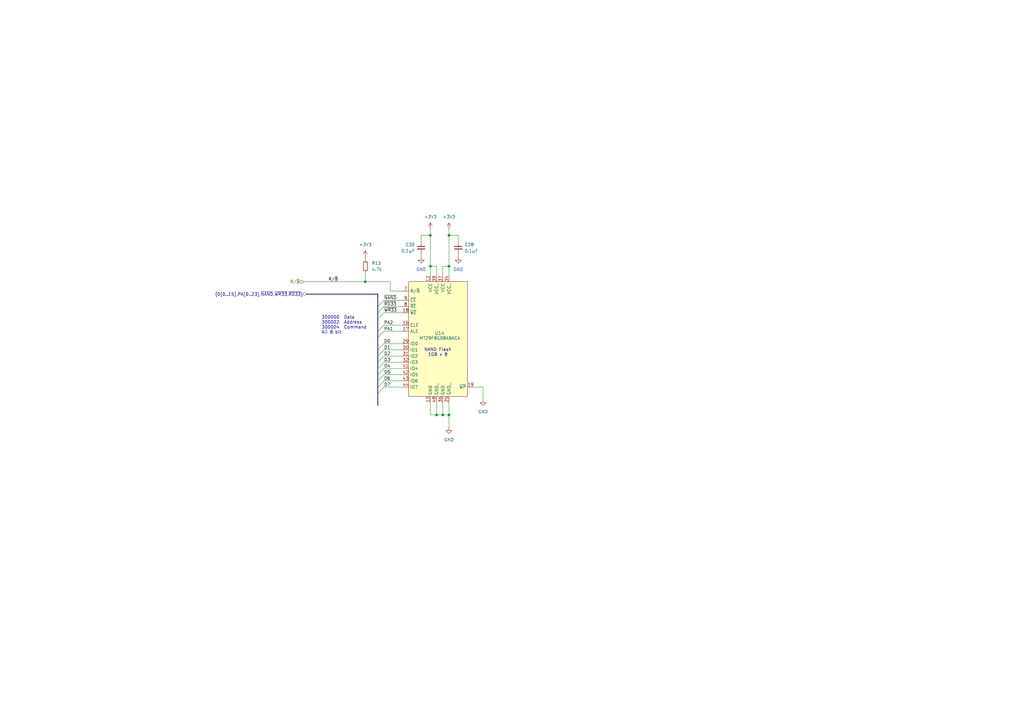
<source format=kicad_sch>
(kicad_sch (version 20231120) (generator "eeschema") (generator_version "8.0")
  (paper "A3")
  (title_block (title "NS32016 Toy PCB") (date "2024-08-01") (rev "Rev 4") (comment 1 "bson@rockgarden.net") (comment 2 "Jan Brittenson") (comment 3 "NAND Flash"))
  (lib_symbols
    (symbol "Device:C_Small" (pin_numbers hide) (pin_names (offset 0.254) hide)
      (property "Reference" "C" (at 0.254 1.778 0))
      (property "Value" "C_Small" (at 0.254 -2.032 0))
      (symbol "C_Small_0_1"
        (polyline (pts (xy -1.524 -0.508) (xy 1.524 -0.508)) (stroke (width 0.3302)))
        (polyline (pts (xy -1.524 0.508) (xy 1.524 0.508)) (stroke (width 0.3048)))
      )
      (symbol "C_Small_1_1"
        (pin passive line (at 0 2.54 270) (length 2.032) (name "~") (number "1"))
        (pin passive line (at 0 -2.54 90) (length 2.032) (name "~") (number "2"))
      )
    )
    (symbol "Device:R_Small" (pin_numbers hide) (pin_names (offset 0.254) hide)
      (property "Reference" "R" (at 0.762 0.508 0))
      (property "Value" "R_Small" (at 0.762 -1.016 0))
      (symbol "R_Small_0_1"
        (rectangle (start -0.762 1.778) (end 0.762 -1.778) (stroke (width 0.2032)))
      )
      (symbol "R_Small_1_1"
        (pin passive line (at 0 2.54 270) (length 0.762) (name "~") (number "1"))
        (pin passive line (at 0 -2.54 90) (length 0.762) (name "~") (number "2"))
      )
    )
    (symbol "MT29F8G08:MT29F8G08"
      (property "Reference" "U" (at 0 4.318 0))
      (symbol "MT29F8G08_1_1"
        (rectangle (start -12.7 25.4) (end 11.43 -21.59) (fill (type background)))
        (pin no_connect line (at -1.27 17.78 180) (length 2.54) hide (name "NC") (number "1"))
        (pin no_connect line (at -1.27 2.54 180) (length 2.54) hide (name "NC") (number "10"))
        (pin no_connect line (at -1.27 0 180) (length 2.54) hide (name "NC") (number "11"))
        (pin power_in line (at -3.81 27.94 270) (length 2.54) (name "VCC") (number "12"))
        (pin power_in line (at -3.81 -24.13 90) (length 2.54) (name "GND") (number "13"))
        (pin no_connect line (at -1.27 -2.54 180) (length 2.54) hide (name "NC") (number "14"))
        (pin no_connect line (at -1.27 -5.08 180) (length 2.54) hide (name "NC") (number "15"))
        (pin input line (at -15.24 7.62 0) (length 2.54) (name "CLE") (number "16"))
        (pin input line (at -15.24 5.08 0) (length 2.54) (name "ALE") (number "17"))
        (pin input line (at -15.24 12.7 0) (length 2.54) (name "~{WE}") (number "18"))
        (pin input line (at 13.97 -17.78 180) (length 2.54) (name "~{WP}") (number "19"))
        (pin no_connect line (at -1.27 15.24 180) (length 2.54) hide (name "NC") (number "2"))
        (pin no_connect line (at -1.27 -7.62 180) (length 2.54) hide (name "NC") (number "20"))
        (pin no_connect line (at -1.27 -10.16 180) (length 2.54) hide (name "NC") (number "21"))
        (pin no_connect line (at -1.27 -12.7 180) (length 2.54) hide (name "NC") (number "22"))
        (pin no_connect line (at -1.27 -15.24 180) (length 2.54) hide (name "NC") (number "23"))
        (pin no_connect line (at 2.54 -7.62 0) (length 2.54) hide (name "NC") (number "24"))
        (pin power_in line (at 3.81 -24.13 90) (length 2.54) (name "GND_") (number "25"))
        (pin no_connect line (at 2.54 -5.08 0) (length 2.54) hide (name "NC") (number "26"))
        (pin no_connect line (at 2.54 -2.54 0) (length 2.54) hide (name "NC") (number "27"))
        (pin no_connect line (at 2.54 0 0) (length 2.54) hide (name "NC") (number "28"))
        (pin bidirectional line (at -15.24 0 0) (length 2.54) (name "IO0") (number "29"))
        (pin no_connect line (at -1.27 12.7 180) (length 2.54) hide (name "NC") (number "3"))
        (pin bidirectional line (at -15.24 -2.54 0) (length 2.54) (name "IO1") (number "30"))
        (pin bidirectional line (at -15.24 -5.08 0) (length 2.54) (name "IO2") (number "31"))
        (pin bidirectional line (at -15.24 -7.62 0) (length 2.54) (name "IO3") (number "32"))
        (pin no_connect line (at 2.54 2.54 0) (length 2.54) hide (name "NC") (number "33"))
        (pin power_in line (at 3.81 27.94 270) (length 2.54) (name "VCC_") (number "34"))
        (pin no_connect line (at 2.54 5.08 0) (length 2.54) hide (name "NC") (number "35"))
        (pin power_in line (at 1.27 -24.13 90) (length 2.54) (name "GND") (number "36"))
        (pin power_in line (at 1.27 27.94 270) (length 2.54) (name "VCC") (number "37"))
        (pin no_connect line (at 2.54 7.62 0) (length 2.54) hide (name "NC") (number "38"))
        (pin power_in line (at -1.27 27.94 270) (length 2.54) (name "VCC_") (number "39"))
        (pin no_connect line (at -1.27 10.16 180) (length 2.54) hide (name "NC") (number "4"))
        (pin no_connect line (at 2.54 10.16 0) (length 2.54) hide (name "NC") (number "40"))
        (pin bidirectional line (at -15.24 -10.16 0) (length 2.54) (name "IO4") (number "41"))
        (pin bidirectional line (at -15.24 -12.7 0) (length 2.54) (name "IO5") (number "42"))
        (pin bidirectional line (at -15.24 -15.24 0) (length 2.54) (name "IO6") (number "43"))
        (pin bidirectional line (at -15.24 -17.78 0) (length 2.54) (name "IO7") (number "44"))
        (pin no_connect line (at 2.54 12.7 0) (length 2.54) hide (name "NC") (number "45"))
        (pin no_connect line (at 2.54 15.24 0) (length 2.54) hide (name "NC") (number "46"))
        (pin no_connect line (at 2.54 17.78 0) (length 2.54) hide (name "NC") (number "47"))
        (pin power_in line (at -1.27 -24.13 90) (length 2.54) (name "GND_") (number "48"))
        (pin no_connect line (at -1.27 7.62 180) (length 2.54) hide (name "NC") (number "5"))
        (pin no_connect line (at -1.27 5.08 180) (length 2.54) hide (name "NC") (number "6"))
        (pin output line (at -15.24 21.59 0) (length 2.54) (name "R/~{B}") (number "7"))
        (pin input line (at -15.24 15.24 0) (length 2.54) (name "~{RE}") (number "8"))
        (pin input line (at -15.24 17.78 0) (length 2.54) (name "~{CE}") (number "9"))
      )
    )
    (symbol "power:+3V3" (power) (pin_numbers hide) (pin_names (offset 0) hide)
      (property "Value" "+3V3" (at 0 3.556 0))
      (symbol "+3V3_0_1"
        (polyline (pts (xy -0.762 1.27) (xy 0 2.54)))
        (polyline (pts (xy 0 0) (xy 0 2.54)))
        (polyline (pts (xy 0 2.54) (xy 0.762 1.27)))
      )
      (symbol "+3V3_1_1"
        (pin power_in line (at 0 0 90) (length 0) (name "~") (number "1"))
      )
    )
    (symbol "power:GND" (power) (pin_numbers hide) (pin_names (offset 0) hide)
      (property "Value" "GND" (at 0 -3.81 0))
      (symbol "GND_0_1"
        (polyline (pts (xy 0 0) (xy 0 -1.27) (xy 1.27 -1.27) (xy 0 -2.54) (xy -1.27 -1.27) (xy 0 -1.27)))
      )
      (symbol "GND_1_1"
        (pin power_in line (at 0 0 270) (length 0) (name "~") (number "1"))
      )
    )
  )
  (junction (at 179.07 170.18))
  (junction (at 176.53 96.52))
  (junction (at 184.15 96.52))
  (junction (at 184.15 109.22))
  (junction (at 176.53 109.22))
  (junction (at 149.86 115.57))
  (junction (at 184.15 170.18))
  (junction (at 181.61 170.18))
  (bus_entry (at 154.94 143.51) (size 2.54 -2.54))
  (bus_entry (at 154.94 161.29) (size 2.54 -2.54))
  (bus_entry (at 154.94 125.73) (size 2.54 -2.54))
  (bus_entry (at 154.94 128.27) (size 2.54 -2.54))
  (bus_entry (at 154.94 153.67) (size 2.54 -2.54))
  (bus_entry (at 154.94 130.81) (size 2.54 -2.54))
  (bus_entry (at 154.94 151.13) (size 2.54 -2.54))
  (bus_entry (at 154.94 156.21) (size 2.54 -2.54))
  (bus_entry (at 154.94 138.43) (size 2.54 -2.54))
  (bus_entry (at 154.94 158.75) (size 2.54 -2.54))
  (bus_entry (at 154.94 146.05) (size 2.54 -2.54))
  (bus_entry (at 154.94 135.89) (size 2.54 -2.54))
  (bus_entry (at 154.94 148.59) (size 2.54 -2.54))
  (bus (pts (xy 154.94 143.51) (xy 154.94 146.05)))
  (wire (pts (xy 181.61 165.1) (xy 181.61 170.18)))
  (wire (pts (xy 172.72 96.52) (xy 172.72 99.06)))
  (wire (pts (xy 157.48 135.89) (xy 165.1 135.89)))
  (bus (pts (xy 154.94 138.43) (xy 154.94 143.51)))
  (wire (pts (xy 179.07 170.18) (xy 181.61 170.18)))
  (bus (pts (xy 154.94 151.13) (xy 154.94 153.67)))
  (bus (pts (xy 154.94 161.29) (xy 154.94 166.37)))
  (wire (pts (xy 179.07 113.03) (xy 179.07 109.22)))
  (wire (pts (xy 124.46 115.57) (xy 149.86 115.57)))
  (wire (pts (xy 157.48 128.27) (xy 165.1 128.27)))
  (wire (pts (xy 187.96 104.14) (xy 187.96 105.41)))
  (wire (pts (xy 157.48 158.75) (xy 165.1 158.75)))
  (wire (pts (xy 181.61 109.22) (xy 184.15 109.22)))
  (wire (pts (xy 149.86 105.41) (xy 149.86 106.68)))
  (wire (pts (xy 176.53 93.98) (xy 176.53 96.52)))
  (bus (pts (xy 154.94 148.59) (xy 154.94 151.13)))
  (wire (pts (xy 157.48 148.59) (xy 165.1 148.59)))
  (bus (pts (xy 154.94 146.05) (xy 154.94 148.59)))
  (wire (pts (xy 184.15 109.22) (xy 184.15 113.03)))
  (wire (pts (xy 176.53 109.22) (xy 176.53 113.03)))
  (bus (pts (xy 154.94 135.89) (xy 154.94 138.43)))
  (wire (pts (xy 160.02 119.38) (xy 165.1 119.38)))
  (wire (pts (xy 176.53 96.52) (xy 172.72 96.52)))
  (wire (pts (xy 157.48 123.19) (xy 165.1 123.19)))
  (wire (pts (xy 184.15 170.18) (xy 184.15 175.26)))
  (wire (pts (xy 184.15 93.98) (xy 184.15 96.52)))
  (wire (pts (xy 184.15 96.52) (xy 187.96 96.52)))
  (bus (pts (xy 154.94 125.73) (xy 154.94 128.27)))
  (bus (pts (xy 154.94 158.75) (xy 154.94 161.29)))
  (wire (pts (xy 157.48 143.51) (xy 165.1 143.51)))
  (bus (pts (xy 125.73 120.65) (xy 154.94 120.65)))
  (wire (pts (xy 157.48 146.05) (xy 165.1 146.05)))
  (wire (pts (xy 198.12 158.75) (xy 194.31 158.75)))
  (wire (pts (xy 160.02 115.57) (xy 160.02 119.38)))
  (wire (pts (xy 198.12 163.83) (xy 198.12 158.75)))
  (wire (pts (xy 176.53 170.18) (xy 179.07 170.18)))
  (bus (pts (xy 154.94 156.21) (xy 154.94 158.75)))
  (wire (pts (xy 176.53 165.1) (xy 176.53 170.18)))
  (wire (pts (xy 176.53 96.52) (xy 176.53 109.22)))
  (wire (pts (xy 157.48 151.13) (xy 165.1 151.13)))
  (wire (pts (xy 149.86 111.76) (xy 149.86 115.57)))
  (bus (pts (xy 154.94 128.27) (xy 154.94 130.81)))
  (wire (pts (xy 149.86 115.57) (xy 160.02 115.57)))
  (wire (pts (xy 184.15 96.52) (xy 184.15 109.22)))
  (wire (pts (xy 157.48 125.73) (xy 165.1 125.73)))
  (wire (pts (xy 187.96 96.52) (xy 187.96 99.06)))
  (wire (pts (xy 181.61 113.03) (xy 181.61 109.22)))
  (bus (pts (xy 154.94 153.67) (xy 154.94 156.21)))
  (wire (pts (xy 181.61 170.18) (xy 184.15 170.18)))
  (wire (pts (xy 157.48 156.21) (xy 165.1 156.21)))
  (wire (pts (xy 157.48 133.35) (xy 165.1 133.35)))
  (bus (pts (xy 154.94 120.65) (xy 154.94 125.73)))
  (wire (pts (xy 157.48 140.97) (xy 165.1 140.97)))
  (wire (pts (xy 172.72 104.14) (xy 172.72 105.41)))
  (wire (pts (xy 179.07 109.22) (xy 176.53 109.22)))
  (wire (pts (xy 157.48 153.67) (xy 165.1 153.67)))
  (wire (pts (xy 179.07 165.1) (xy 179.07 170.18)))
  (bus (pts (xy 154.94 130.81) (xy 154.94 135.89)))
  (wire (pts (xy 184.15 165.1) (xy 184.15 170.18)))
  (text "NAND Flash\n1GB x 8" (at 179.578 144.526 0) (effects (font (size 1.27 1.27))))
  (text "300000  Data\n300002  Address\n300004  Command\nAll 8 bit" (at 131.826 133.35 0) (effects (font (size 1.27 1.27)) (justify left)))
  (label "PA1" (at 157.48 135.89 0))
  (label "D1" (at 157.48 143.51 0))
  (label "~{WR33}" (at 157.48 128.27 0))
  (label "D3" (at 157.48 148.59 0))
  (label "D0" (at 157.48 140.97 0))
  (label "PA2" (at 157.48 133.35 0))
  (label "R{slash}~{B}" (at 134.62 115.57 0))
  (label "~{RD33}" (at 157.48 125.73 0))
  (label "D2" (at 157.48 146.05 0))
  (label "~{NAND}" (at 157.48 123.19 0))
  (label "D5" (at 157.48 153.67 0))
  (label "D4" (at 157.48 151.13 0))
  (label "D7" (at 157.48 158.75 0))
  (label "D6" (at 157.48 156.21 0))
  (hierarchical_label "{D[0..15],PA[0..23],~{NAND},~{WR33},~{RD33}}" (shape input) (at 125.73 120.65 180))
  (hierarchical_label "R{slash}~{B}" (shape input) (at 124.46 115.57 180))
  (symbol (lib_id "power:GND") (at 184.15 175.26 0) (unit 1)
    (property "Reference" "#PWR075" (effects (hide yes)))
    (property "Value" "GND" (at 184.15 180.34 0))
    (property "Description" "Power symbol creates a global label with name \"GND\" , ground" (effects (hide yes)))
  )
  (symbol (lib_id "power:+3V3") (at 184.15 93.98 0) (mirror y) (unit 1)
    (property "Reference" "#PWR074" (effects (hide yes)))
    (property "Value" "+3V3" (at 184.15 88.9 0))
    (property "Description" "Power symbol creates a global label with name \"+3V3\"" (effects (hide yes)))
  )
  (symbol (lib_id "MT29F8G08:MT29F8G08") (at 180.34 140.97 0) (unit 1)
    (property "Reference" "U14" (at 180.34 136.652 0))
    (property "Value" "MT29F8G08ABACA" (at 180.34 138.684 0))
    (property "Footprint" "Package_SO:TSOP-I-48_18.4x12mm_P0.5mm" (effects (hide yes)))
  )
  (symbol (lib_id "power:GND") (at 198.12 163.83 0) (unit 1)
    (property "Reference" "#PWR077" (effects (hide yes)))
    (property "Value" "GND" (at 198.12 168.91 0))
    (property "Description" "Power symbol creates a global label with name \"GND\" , ground" (effects (hide yes)))
  )
  (symbol (lib_id "power:+3V3") (at 149.86 105.41 0) (unit 1)
    (property "Reference" "#PWR0153" (effects (hide yes)))
    (property "Value" "+3V3" (at 149.86 100.33 0))
    (property "Description" "Power symbol creates a global label with name \"+3V3\"" (effects (hide yes)))
  )
  (symbol (lib_id "Device:R_Small") (at 149.86 109.22 0) (unit 1)
    (property "Reference" "R13" (at 152.4 107.9499 0) (effects (justify left)))
    (property "Value" "4.7k" (at 152.4 110.4899 0) (effects (justify left)))
    (property "Footprint" "Resistor_SMD:R_0402_1005Metric" (effects (hide yes)))
    (property "Description" "Resistor, small symbol" (effects (hide yes)))
  )
  (symbol (lib_id "power:+3V3") (at 176.53 93.98 0) (unit 1)
    (property "Reference" "#PWR073" (effects (hide yes)))
    (property "Value" "+3V3" (at 176.53 88.9 0))
    (property "Description" "Power symbol creates a global label with name \"+3V3\"" (effects (hide yes)))
  )
  (symbol (lib_id "Device:C_Small") (at 187.96 101.6 0) (mirror y) (unit 1)
    (property "Reference" "C28" (at 190.5 100.3362 0) (effects (justify right)))
    (property "Value" "0.1µF" (at 190.5 102.8762 0) (effects (justify right)))
    (property "Footprint" "Capacitor_SMD:C_0402_1005Metric" (effects (hide yes)))
    (property "Description" "Unpolarized capacitor, small symbol" (effects (hide yes)))
  )
  (symbol (lib_id "power:GND") (at 187.96 105.41 0) (mirror y) (unit 1)
    (property "Reference" "#PWR076" (effects (hide yes)))
    (property "Value" "GND" (at 187.96 110.49 0))
    (property "Description" "Power symbol creates a global label with name \"GND\" , ground" (effects (hide yes)))
  )
  (symbol (lib_id "Device:C_Small") (at 172.72 101.6 0) (unit 1)
    (property "Reference" "C30" (at 170.18 100.3362 0) (effects (justify right)))
    (property "Value" "0.1µF" (at 170.18 102.8762 0) (effects (justify right)))
    (property "Footprint" "Capacitor_SMD:C_0402_1005Metric" (effects (hide yes)))
    (property "Description" "Unpolarized capacitor, small symbol" (effects (hide yes)))
  )
  (symbol (lib_id "power:GND") (at 172.72 105.41 0) (unit 1)
    (property "Reference" "#PWR072" (effects (hide yes)))
    (property "Value" "GND" (at 172.72 110.49 0))
    (property "Description" "Power symbol creates a global label with name \"GND\" , ground" (effects (hide yes)))
  )
)
</source>
